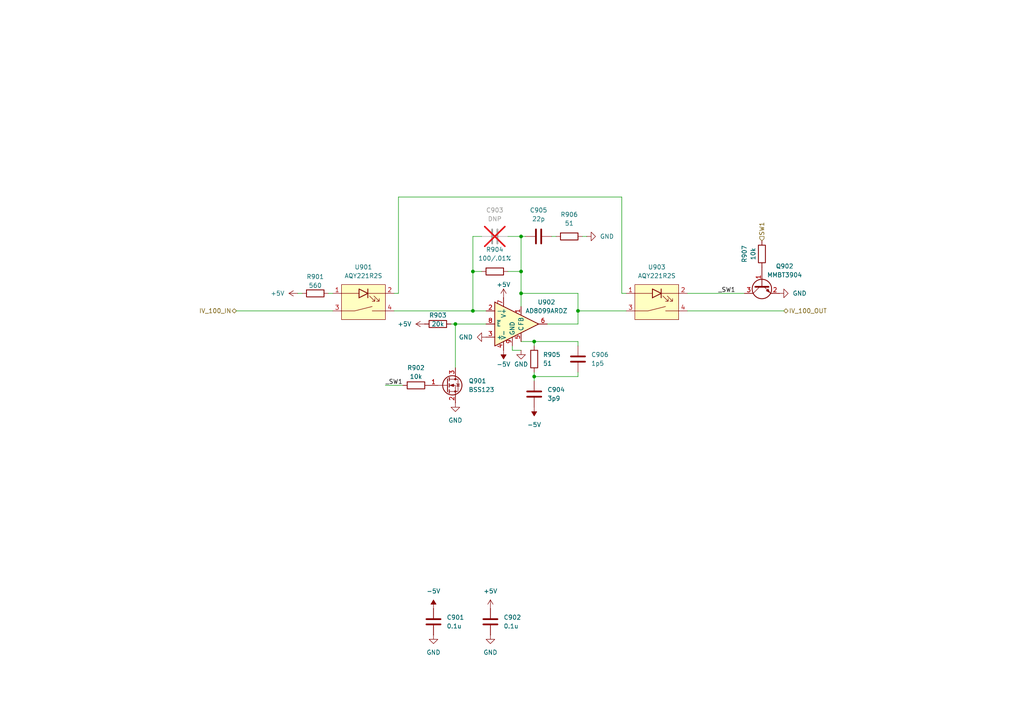
<source format=kicad_sch>
(kicad_sch (version 20250114) (generator "eeschema") (generator_version "9.0")
  (paper "A4")
  (lib_symbols
    (symbol "Device:C" (pin_numbers (hide yes)) (pin_names (offset 0.254))
      (property "Reference" "C" (at 0.635 2.54 0))
      (property "Value" "C" (at 0.635 -2.54 0))
      (symbol "C_0_1"
        (polyline (pts (xy -2.032 0.762) (xy 2.032 0.762)) (stroke (width 0.508)))
        (polyline (pts (xy -2.032 -0.762) (xy 2.032 -0.762)) (stroke (width 0.508)))
      )
      (symbol "C_1_1"
        (pin passive line (at 0 3.81 270) (length 2.794) (name "~") (number "1"))
        (pin passive line (at 0 -3.81 90) (length 2.794) (name "~") (number "2"))
      )
    )
    (symbol "Device:R" (pin_numbers (hide yes)) (pin_names (offset 0))
      (property "Reference" "R" (at 2.032 0 90))
      (property "Value" "R" (at 0 0 90))
      (symbol "R_0_1"
        (rectangle (start -1.016 -2.54) (end 1.016 2.54) (stroke (width 0.254)))
      )
      (symbol "R_1_1"
        (pin passive line (at 0 3.81 270) (length 1.27) (name "~") (number "1"))
        (pin passive line (at 0 -3.81 90) (length 1.27) (name "~") (number "2"))
      )
    )
    (symbol "ETH1LCR3:AD8099ARDZ"
      (property "Reference" "U" (at 10.922 6.604 0))
      (property "Value" "AD8099ARDZ" (at 10.668 4.318 0))
      (symbol "AD8099ARDZ_0_1"
        (polyline (pts (xy -5.08 6.35) (xy -5.08 -6.35) (xy 7.62 0) (xy -5.08 6.35)) (stroke (width 0.254)) (fill (type background)))
      )
      (symbol "AD8099ARDZ_1_0"
        (pin input line (at -7.62 3.81 0) (length 2.54) (name "-") (number "2"))
        (pin input line (at -7.62 0 0) (length 2.54) (name "~{E}") (number "8"))
        (pin input line (at -7.62 -3.81 0) (length 2.54) (name "+") (number "3"))
        (pin passive line (at -2.54 7.62 270) (length 2.54) (name "V+") (number "7"))
        (pin passive line (at -2.54 -7.62 90) (length 2.54) (name "V-") (number "4"))
        (pin passive line (at 0 -6.35 90) (length 2.54) (name "GND") (number "9"))
        (pin input line (at 2.54 5.08 270) (length 2.54) (name "FB") (number "1"))
        (pin passive line (at 2.54 -5.08 90) (length 2.54) (name "C") (number "5"))
        (pin output line (at 10.16 0 180) (length 2.54) (name "") (number "6"))
      )
    )
    (symbol "ETH1LCR3:AQY221R2S"
      (property "Reference" "U" (at 0 7.874 0))
      (property "Value" "AQY221R2S" (at 0 6.096 0))
      (symbol "AQY221R2S_0_1"
        (polyline (pts (xy -6.35 2.54) (xy -1.27 2.54)))
        (polyline (pts (xy -6.35 -2.54) (xy -2.54 -2.54) (xy 2.54 -1.27)))
        (polyline (pts (xy -1.27 1.27) (xy -1.27 3.81) (xy 1.27 2.54) (xy -1.27 1.27)) (stroke (width 0.254)))
        (polyline (pts (xy 1.27 2.54) (xy 6.35 2.54)))
        (polyline (pts (xy 1.27 1.27) (xy 1.27 3.81)) (stroke (width 0.254)))
        (polyline (pts (xy 1.778 1.778) (xy 3.302 0.254) (xy 2.54 0.254) (xy 3.302 0.254) (xy 3.302 1.016)))
        (polyline (pts (xy 2.54 -2.54) (xy 6.35 -2.54)))
        (polyline (pts (xy 3.048 1.778) (xy 4.572 0.254) (xy 3.81 0.254) (xy 4.572 0.254) (xy 4.572 1.016)))
      )
      (symbol "AQY221R2S_1_1"
        (rectangle (start -6.35 5.08) (end 6.35 -5.08) (fill (type background)))
        (pin passive line (at -8.89 2.54 0) (length 2.54) (name "") (number "1"))
        (pin bidirectional line (at -8.89 -2.54 0) (length 2.54) (name "") (number "3"))
        (pin passive line (at 8.89 2.54 180) (length 2.54) (name "") (number "2"))
        (pin bidirectional line (at 8.89 -2.54 180) (length 2.54) (name "") (number "4"))
      )
    )
    (symbol "Transistor_BJT:MMBT3904" (pin_names (offset 0) (hide yes))
      (property "Reference" "Q" (at 5.08 1.905 0))
      (property "Value" "MMBT3904" (at 5.08 0 0))
      (symbol "MMBT3904_0_1"
        (polyline (pts (xy 0.635 1.905) (xy 0.635 -1.905) (xy 0.635 -1.905)) (stroke (width 0.508)))
        (polyline (pts (xy 0.635 0.635) (xy 2.54 2.54)))
        (polyline (pts (xy 0.635 -0.635) (xy 2.54 -2.54) (xy 2.54 -2.54)))
        (circle (center 1.27 0) (radius 2.8194) (stroke (width 0.254)))
        (polyline (pts (xy 1.27 -1.778) (xy 1.778 -1.27) (xy 2.286 -2.286) (xy 1.27 -1.778) (xy 1.27 -1.778)) (fill (type outline)))
      )
      (symbol "MMBT3904_1_1"
        (pin input line (at -5.08 0 0) (length 5.715) (name "B") (number "1"))
        (pin passive line (at 2.54 5.08 270) (length 2.54) (name "C") (number "3"))
        (pin passive line (at 2.54 -5.08 90) (length 2.54) (name "E") (number "2"))
      )
    )
    (symbol "Transistor_FET:BSS123" (pin_names (hide yes))
      (property "Reference" "Q" (at 5.08 1.905 0))
      (property "Value" "BSS123" (at 5.08 0 0))
      (symbol "BSS123_0_1"
        (polyline (pts (xy 0.254 1.905) (xy 0.254 -1.905)) (stroke (width 0.254)))
        (polyline (pts (xy 0.254 0) (xy -2.54 0)))
        (polyline (pts (xy 0.762 2.286) (xy 0.762 1.27)) (stroke (width 0.254)))
        (polyline (pts (xy 0.762 0.508) (xy 0.762 -0.508)) (stroke (width 0.254)))
        (polyline (pts (xy 0.762 -1.27) (xy 0.762 -2.286)) (stroke (width 0.254)))
        (polyline (pts (xy 0.762 -1.778) (xy 3.302 -1.778) (xy 3.302 1.778) (xy 0.762 1.778)))
        (polyline (pts (xy 1.016 0) (xy 2.032 0.381) (xy 2.032 -0.381) (xy 1.016 0)) (fill (type outline)))
        (circle (center 1.651 0) (radius 2.794) (stroke (width 0.254)))
        (polyline (pts (xy 2.54 2.54) (xy 2.54 1.778)))
        (circle (center 2.54 1.778) (radius 0.254) (fill (type outline)))
        (circle (center 2.54 -1.778) (radius 0.254) (fill (type outline)))
        (polyline (pts (xy 2.54 -2.54) (xy 2.54 0) (xy 0.762 0)))
        (polyline (pts (xy 2.794 0.508) (xy 2.921 0.381) (xy 3.683 0.381) (xy 3.81 0.254)))
        (polyline (pts (xy 3.302 0.381) (xy 2.921 -0.254) (xy 3.683 -0.254) (xy 3.302 0.381)))
      )
      (symbol "BSS123_1_1"
        (pin input line (at -5.08 0 0) (length 2.54) (name "G") (number "1"))
        (pin passive line (at 2.54 5.08 270) (length 2.54) (name "D") (number "3"))
        (pin passive line (at 2.54 -5.08 90) (length 2.54) (name "S") (number "2"))
      )
    )
    (symbol "power:+5V" (power) (pin_numbers (hide yes)) (pin_names (offset 0) (hide yes))
      (property "Value" "+5V" (at 0 3.556 0))
      (symbol "+5V_0_1"
        (polyline (pts (xy -0.762 1.27) (xy 0 2.54)))
        (polyline (pts (xy 0 2.54) (xy 0.762 1.27)))
        (polyline (pts (xy 0 0) (xy 0 2.54)))
      )
      (symbol "+5V_1_1"
        (pin power_in line (at 0 0 90) (length 0) (name "~") (number "1"))
      )
    )
    (symbol "power:-5V" (power) (pin_numbers (hide yes)) (pin_names (offset 0) (hide yes))
      (property "Value" "-5V" (at 0 3.556 0))
      (symbol "-5V_0_0"
        (pin power_in line (at 0 0 90) (length 0) (name "~") (number "1"))
      )
      (symbol "-5V_0_1"
        (polyline (pts (xy 0 0) (xy 0 1.27) (xy 0.762 1.27) (xy 0 2.54) (xy -0.762 1.27) (xy 0 1.27)) (fill (type outline)))
      )
    )
    (symbol "power:GND" (power) (pin_numbers (hide yes)) (pin_names (offset 0) (hide yes))
      (property "Value" "GND" (at 0 -3.81 0))
      (symbol "GND_0_1"
        (polyline (pts (xy 0 0) (xy 0 -1.27) (xy 1.27 -1.27) (xy 0 -2.54) (xy -1.27 -1.27) (xy 0 -1.27)))
      )
      (symbol "GND_1_1"
        (pin power_in line (at 0 0 270) (length 0) (name "~") (number "1"))
      )
    )
  )
  (junction (at 154.94 99.06))
  (junction (at 137.16 78.74))
  (junction (at 132.08 93.98))
  (junction (at 154.94 109.22))
  (junction (at 151.13 78.74))
  (junction (at 151.13 68.58))
  (junction (at 167.64 90.17))
  (junction (at 151.13 85.09))
  (junction (at 137.16 90.17))
  (wire (pts (xy 137.16 78.74) (xy 139.7 78.74)))
  (wire (pts (xy 148.59 100.33) (xy 148.59 101.6)))
  (wire (pts (xy 137.16 68.58) (xy 137.16 78.74)))
  (wire (pts (xy 151.13 99.06) (xy 154.94 99.06)))
  (wire (pts (xy 137.16 90.17) (xy 137.16 78.74)))
  (wire (pts (xy 180.34 85.09) (xy 181.61 85.09)))
  (wire (pts (xy 151.13 101.6) (xy 148.59 101.6)))
  (wire (pts (xy 167.64 99.06) (xy 167.64 100.33)))
  (wire (pts (xy 154.94 109.22) (xy 154.94 110.49)))
  (wire (pts (xy 132.08 93.98) (xy 132.08 106.68)))
  (wire (pts (xy 151.13 78.74) (xy 151.13 85.09)))
  (wire (pts (xy 151.13 78.74) (xy 151.13 68.58)))
  (wire (pts (xy 115.57 85.09) (xy 115.57 57.15)))
  (wire (pts (xy 111.76 111.76) (xy 116.84 111.76)))
  (wire (pts (xy 114.3 90.17) (xy 137.16 90.17)))
  (wire (pts (xy 86.36 85.09) (xy 87.63 85.09)))
  (wire (pts (xy 167.64 90.17) (xy 167.64 93.98)))
  (wire (pts (xy 154.94 99.06) (xy 167.64 99.06)))
  (wire (pts (xy 167.64 107.95) (xy 167.64 109.22)))
  (wire (pts (xy 180.34 57.15) (xy 180.34 85.09)))
  (wire (pts (xy 154.94 100.33) (xy 154.94 99.06)))
  (wire (pts (xy 170.18 68.58) (xy 168.91 68.58)))
  (wire (pts (xy 130.81 93.98) (xy 132.08 93.98)))
  (wire (pts (xy 68.58 90.17) (xy 96.52 90.17)))
  (wire (pts (xy 151.13 68.58) (xy 152.4 68.58)))
  (wire (pts (xy 151.13 88.9) (xy 151.13 85.09)))
  (wire (pts (xy 154.94 107.95) (xy 154.94 109.22)))
  (wire (pts (xy 147.32 78.74) (xy 151.13 78.74)))
  (wire (pts (xy 199.39 90.17) (xy 227.33 90.17)))
  (wire (pts (xy 167.64 93.98) (xy 158.75 93.98)))
  (wire (pts (xy 132.08 93.98) (xy 140.97 93.98)))
  (wire (pts (xy 161.29 68.58) (xy 160.02 68.58)))
  (wire (pts (xy 115.57 57.15) (xy 180.34 57.15)))
  (wire (pts (xy 167.64 90.17) (xy 181.61 90.17)))
  (wire (pts (xy 167.64 85.09) (xy 167.64 90.17)))
  (wire (pts (xy 151.13 68.58) (xy 147.32 68.58)))
  (wire (pts (xy 139.7 68.58) (xy 137.16 68.58)))
  (wire (pts (xy 140.97 90.17) (xy 137.16 90.17)))
  (wire (pts (xy 167.64 109.22) (xy 154.94 109.22)))
  (wire (pts (xy 95.25 85.09) (xy 96.52 85.09)))
  (wire (pts (xy 114.3 85.09) (xy 115.57 85.09)))
  (wire (pts (xy 151.13 85.09) (xy 167.64 85.09)))
  (wire (pts (xy 199.39 85.09) (xy 215.9 85.09)))
  (label "_SW1" (at 111.76 111.76 0))
  (label "_SW1" (at 208.28 85.09 0))
  (hierarchical_label "IV_100_IN" (shape bidirectional) (at 68.58 90.17 180))
  (hierarchical_label "SW1" (shape input) (at 220.98 69.85 90))
  (hierarchical_label "IV_100_OUT" (shape bidirectional) (at 227.33 90.17 0))
  (symbol (lib_id "power:GND") (at 140.97 97.79 270) (unit 1)
    (property "Reference" "#PWR0906" (effects (hide yes)))
    (property "Value" "GND" (at 137.16 97.7899 90) (effects (justify right)))
    (property "Description" "Power symbol creates a global label with name \"GND\" , ground" (effects (hide yes)))
  )
  (symbol (lib_id "Transistor_FET:BSS123") (at 129.54 111.76 0) (unit 1)
    (property "Reference" "Q901" (at 135.89 110.4899 0) (effects (justify left)))
    (property "Value" "BSS123" (at 135.89 113.0299 0) (effects (justify left)))
    (property "Footprint" "Package_TO_SOT_SMD:SOT-23" (effects (hide yes)))
    (property "Datasheet" "http://www.diodes.com/assets/Datasheets/ds30366.pdf" (effects (hide yes)))
    (property "Description" "0.17A Id, 100V Vds, N-Channel MOSFET, SOT-23" (effects (hide yes)))
  )
  (symbol (lib_id "Device:R") (at 143.51 78.74 90) (unit 1)
    (property "Reference" "R904" (at 143.51 72.39 90))
    (property "Value" "100/.01%" (at 143.51 74.93 90))
    (property "Footprint" "Resistor_SMD:R_0603_1608Metric_Pad0.98x0.95mm_HandSolder" (effects (hide yes)))
    (property "Description" "Resistor" (effects (hide yes)))
  )
  (symbol (lib_id "Device:C") (at 154.94 114.3 0) (unit 1)
    (property "Reference" "C904" (at 158.75 113.0299 0) (effects (justify left)))
    (property "Value" "3p9" (at 158.75 115.5699 0) (effects (justify left)))
    (property "Footprint" "Capacitor_SMD:C_0603_1608Metric_Pad1.08x0.95mm_HandSolder" (effects (hide yes)))
    (property "Description" "Unpolarized capacitor" (effects (hide yes)))
  )
  (symbol (lib_id "Device:R") (at 127 93.98 90) (unit 1)
    (property "Reference" "R903" (at 127 91.44 90))
    (property "Value" "20k" (at 127 93.98 90))
    (property "Footprint" "Resistor_SMD:R_0603_1608Metric_Pad0.98x0.95mm_HandSolder" (effects (hide yes)))
    (property "Description" "Resistor" (effects (hide yes)))
  )
  (symbol (lib_id "power:GND") (at 125.73 184.15 0) (unit 1)
    (property "Reference" "#PWR0904" (effects (hide yes)))
    (property "Value" "GND" (at 125.73 189.23 0))
    (property "Description" "Power symbol creates a global label with name \"GND\" , ground" (effects (hide yes)))
  )
  (symbol (lib_id "Device:C") (at 143.51 68.58 90) (unit 1) (in_bom no) (dnp yes)
    (property "Reference" "C903" (at 143.51 60.96 90))
    (property "Value" "DNP" (at 143.51 63.5 90))
    (property "Footprint" "Capacitor_SMD:C_0603_1608Metric_Pad1.08x0.95mm_HandSolder" (effects (hide yes)))
    (property "Description" "Unpolarized capacitor" (effects (hide yes)))
  )
  (symbol (lib_id "Device:R") (at 91.44 85.09 90) (unit 1)
    (property "Reference" "R901" (at 91.44 80.264 90))
    (property "Value" "560" (at 91.44 82.804 90))
    (property "Footprint" "Resistor_SMD:R_0603_1608Metric_Pad0.98x0.95mm_HandSolder" (effects (hide yes)))
    (property "Description" "Resistor" (effects (hide yes)))
  )
  (symbol (lib_id "power:GND") (at 226.06 85.09 90) (unit 1)
    (property "Reference" "#PWR0914" (effects (hide yes)))
    (property "Value" "GND" (at 229.87 85.0899 90) (effects (justify right)))
    (property "Description" "Power symbol creates a global label with name \"GND\" , ground" (effects (hide yes)))
  )
  (symbol (lib_id "Device:C") (at 167.64 104.14 0) (unit 1)
    (property "Reference" "C906" (at 171.45 102.8699 0) (effects (justify left)))
    (property "Value" "1p5" (at 171.45 105.4099 0) (effects (justify left)))
    (property "Footprint" "Capacitor_SMD:C_0603_1608Metric_Pad1.08x0.95mm_HandSolder" (effects (hide yes)))
    (property "Description" "Unpolarized capacitor" (effects (hide yes)))
  )
  (symbol (lib_id "power:GND") (at 132.08 116.84 0) (unit 1)
    (property "Reference" "#PWR0905" (effects (hide yes)))
    (property "Value" "GND" (at 132.08 121.92 0))
    (property "Description" "Power symbol creates a global label with name \"GND\" , ground" (effects (hide yes)))
  )
  (symbol (lib_id "power:+5V") (at 86.36 85.09 90) (unit 1)
    (property "Reference" "#PWR0901" (effects (hide yes)))
    (property "Value" "+5V" (at 82.55 85.0899 90) (effects (justify left)))
    (property "Description" "Power symbol creates a global label with name \"+5V\"" (effects (hide yes)))
  )
  (symbol (lib_id "power:+5V") (at 142.24 176.53 0) (unit 1)
    (property "Reference" "#PWR0907" (effects (hide yes)))
    (property "Value" "+5V" (at 142.24 171.45 0))
    (property "Description" "Power symbol creates a global label with name \"+5V\"" (effects (hide yes)))
  )
  (symbol (lib_id "Device:R") (at 120.65 111.76 90) (unit 1)
    (property "Reference" "R902" (at 120.65 106.68 90))
    (property "Value" "10k" (at 120.65 109.22 90))
    (property "Footprint" "Resistor_SMD:R_0603_1608Metric_Pad0.98x0.95mm_HandSolder" (effects (hide yes)))
    (property "Description" "Resistor" (effects (hide yes)))
  )
  (symbol (lib_id "Device:C") (at 142.24 180.34 0) (unit 1)
    (property "Reference" "C902" (at 146.05 179.0699 0) (effects (justify left)))
    (property "Value" "0.1u" (at 146.05 181.6099 0) (effects (justify left)))
    (property "Footprint" "Capacitor_SMD:C_0603_1608Metric_Pad1.08x0.95mm_HandSolder" (effects (hide yes)))
    (property "Description" "Unpolarized capacitor" (effects (hide yes)))
  )
  (symbol (lib_id "Device:C") (at 156.21 68.58 90) (unit 1)
    (property "Reference" "C905" (at 156.21 60.96 90))
    (property "Value" "22p" (at 156.21 63.5 90))
    (property "Footprint" "Capacitor_SMD:C_0603_1608Metric_Pad1.08x0.95mm_HandSolder" (effects (hide yes)))
    (property "Description" "Unpolarized capacitor" (effects (hide yes)))
  )
  (symbol (lib_id "power:+5V") (at 123.19 93.98 90) (unit 1)
    (property "Reference" "#PWR0902" (effects (hide yes)))
    (property "Value" "+5V" (at 119.38 93.9799 90) (effects (justify left)))
    (property "Description" "Power symbol creates a global label with name \"+5V\"" (effects (hide yes)))
  )
  (symbol (lib_id "ETH1LCR3:AQY221R2S") (at 190.5 87.63 0) (unit 1)
    (property "Reference" "U903" (at 190.5 77.47 0))
    (property "Value" "AQY221R2S" (at 190.5 80.01 0))
    (property "Footprint" "Package_SO:SOP-4_3.8x4.1mm_P2.54mm" (effects (hide yes)))
    (property "Description" "RF SOP 1 Form A C×R10" (effects (hide yes)))
  )
  (symbol (lib_id "ETH1LCR3:AQY221R2S") (at 105.41 87.63 0) (unit 1)
    (property "Reference" "U901" (at 105.41 77.47 0))
    (property "Value" "AQY221R2S" (at 105.41 80.01 0))
    (property "Footprint" "Package_SO:SOP-4_3.8x4.1mm_P2.54mm" (effects (hide yes)))
    (property "Description" "RF SOP 1 Form A C×R10" (effects (hide yes)))
  )
  (symbol (lib_id "Device:R") (at 220.98 73.66 180) (unit 1)
    (property "Reference" "R907" (at 215.9 73.66 90))
    (property "Value" "10k" (at 218.44 73.66 90))
    (property "Footprint" "Resistor_SMD:R_0603_1608Metric_Pad0.98x0.95mm_HandSolder" (effects (hide yes)))
    (property "Description" "Resistor" (effects (hide yes)))
  )
  (symbol (lib_id "ETH1LCR3:AD8099ARDZ") (at 148.59 93.98 0) (unit 1)
    (property "Reference" "U902" (at 158.496 87.63 0))
    (property "Value" "AD8099ARDZ" (at 158.496 90.17 0))
    (property "Footprint" "Package_SO:SOIC-8-1EP_3.9x4.9mm_P1.27mm_EP2.29x3mm_ThermalVias" (effects (hide yes)))
    (property "Datasheet" "https://www.analog.com/media/en/technical-documentation/data-sheets/AD8099.pdf" (effects (hide yes)))
    (property "Description" "Ultralow Distortion, High Speed, 0.95 nV/√Hz Voltage Noise Op Amp" (effects (hide yes)))
  )
  (symbol (lib_id "power:GND") (at 151.13 101.6 0) (unit 1)
    (property "Reference" "#PWR0911" (effects (hide yes)))
    (property "Value" "GND" (at 151.13 105.664 0))
    (property "Description" "Power symbol creates a global label with name \"GND\" , ground" (effects (hide yes)))
  )
  (symbol (lib_id "Transistor_BJT:MMBT3904") (at 220.98 82.55 90) (mirror x) (unit 1)
    (property "Reference" "Q902" (at 227.584 77.216 90))
    (property "Value" "MMBT3904" (at 227.584 79.756 90))
    (property "Footprint" "Package_TO_SOT_SMD:SOT-23" (effects (hide yes)))
    (property "Datasheet" "https://www.onsemi.com/pdf/datasheet/pzt3904-d.pdf" (effects (hide yes)))
    (property "Description" "0.2A Ic, 40V Vce, Small Signal NPN Transistor, SOT-23" (effects (hide yes)))
  )
  (symbol (lib_id "power:GND") (at 142.24 184.15 0) (unit 1)
    (property "Reference" "#PWR0908" (effects (hide yes)))
    (property "Value" "GND" (at 142.24 189.23 0))
    (property "Description" "Power symbol creates a global label with name \"GND\" , ground" (effects (hide yes)))
  )
  (symbol (lib_id "power:GND") (at 170.18 68.58 90) (unit 1)
    (property "Reference" "#PWR0913" (effects (hide yes)))
    (property "Value" "GND" (at 173.99 68.5799 90) (effects (justify right)))
    (property "Description" "Power symbol creates a global label with name \"GND\" , ground" (effects (hide yes)))
  )
  (symbol (lib_id "Device:R") (at 154.94 104.14 0) (unit 1)
    (property "Reference" "R905" (at 157.48 102.8699 0) (effects (justify left)))
    (property "Value" "51" (at 157.48 105.4099 0) (effects (justify left)))
    (property "Footprint" "Resistor_SMD:R_0603_1608Metric_Pad0.98x0.95mm_HandSolder" (effects (hide yes)))
    (property "Description" "Resistor" (effects (hide yes)))
  )
  (symbol (lib_id "power:-5V") (at 154.94 118.11 180) (unit 1)
    (property "Reference" "#PWR0912" (effects (hide yes)))
    (property "Value" "-5V" (at 154.94 123.19 0))
    (property "Description" "Power symbol creates a global label with name \"-5V\"" (effects (hide yes)))
  )
  (symbol (lib_id "power:-5V") (at 146.05 101.6 180) (unit 1)
    (property "Reference" "#PWR0910" (effects (hide yes)))
    (property "Value" "-5V" (at 146.05 105.664 0))
    (property "Description" "Power symbol creates a global label with name \"-5V\"" (effects (hide yes)))
  )
  (symbol (lib_id "power:+5V") (at 146.05 86.36 0) (unit 1)
    (property "Reference" "#PWR0909" (effects (hide yes)))
    (property "Value" "+5V" (at 146.05 82.55 0))
    (property "Description" "Power symbol creates a global label with name \"+5V\"" (effects (hide yes)))
  )
  (symbol (lib_id "Device:R") (at 165.1 68.58 90) (unit 1)
    (property "Reference" "R906" (at 165.1 62.23 90))
    (property "Value" "51" (at 165.1 64.77 90))
    (property "Footprint" "Resistor_SMD:R_0603_1608Metric_Pad0.98x0.95mm_HandSolder" (effects (hide yes)))
    (property "Description" "Resistor" (effects (hide yes)))
  )
  (symbol (lib_id "Device:C") (at 125.73 180.34 0) (unit 1)
    (property "Reference" "C901" (at 129.54 179.0699 0) (effects (justify left)))
    (property "Value" "0.1u" (at 129.54 181.6099 0) (effects (justify left)))
    (property "Footprint" "Capacitor_SMD:C_0603_1608Metric_Pad1.08x0.95mm_HandSolder" (effects (hide yes)))
    (property "Description" "Unpolarized capacitor" (effects (hide yes)))
  )
  (symbol (lib_id "power:-5V") (at 125.73 176.53 0) (unit 1)
    (property "Reference" "#PWR0903" (effects (hide yes)))
    (property "Value" "-5V" (at 125.73 171.45 0))
    (property "Description" "Power symbol creates a global label with name \"-5V\"" (effects (hide yes)))
  )
)
</source>
